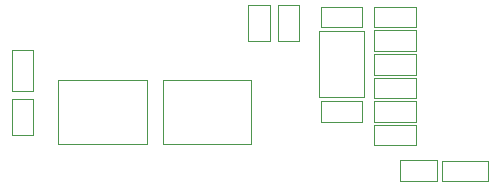
<source format=gbr>
%TF.GenerationSoftware,KiCad,Pcbnew,4.0.7-e2-6376~58~ubuntu16.04.1*%
%TF.CreationDate,2017-12-06T16:05:08+02:00*%
%TF.ProjectId,ecu_emu,6563755F656D752E6B696361645F7063,rev?*%
%TF.FileFunction,Other,User*%
%FSLAX46Y46*%
G04 Gerber Fmt 4.6, Leading zero omitted, Abs format (unit mm)*
G04 Created by KiCad (PCBNEW 4.0.7-e2-6376~58~ubuntu16.04.1) date Wed Dec  6 16:05:08 2017*
%MOMM*%
%LPD*%
G01*
G04 APERTURE LIST*
%ADD10C,0.100000*%
%ADD11C,0.050000*%
G04 APERTURE END LIST*
D10*
D11*
X64750000Y-23880000D02*
X68250000Y-23880000D01*
X64750000Y-23880000D02*
X64750000Y-22130000D01*
X68250000Y-22130000D02*
X68250000Y-23880000D01*
X68250000Y-22130000D02*
X64750000Y-22130000D01*
X64750000Y-31880000D02*
X68250000Y-31880000D01*
X64750000Y-31880000D02*
X64750000Y-30130000D01*
X68250000Y-30130000D02*
X68250000Y-31880000D01*
X68250000Y-30130000D02*
X64750000Y-30130000D01*
X72750000Y-24120000D02*
X69250000Y-24120000D01*
X72750000Y-24120000D02*
X72750000Y-25870000D01*
X69250000Y-25870000D02*
X69250000Y-24120000D01*
X69250000Y-25870000D02*
X72750000Y-25870000D01*
X58600000Y-21950000D02*
X58600000Y-25050000D01*
X58600000Y-21950000D02*
X60400000Y-21950000D01*
X60400000Y-25050000D02*
X58600000Y-25050000D01*
X60400000Y-25050000D02*
X60400000Y-21950000D01*
X40400000Y-33000000D02*
X40400000Y-29900000D01*
X40400000Y-33000000D02*
X38600000Y-33000000D01*
X38600000Y-29900000D02*
X40400000Y-29900000D01*
X38600000Y-29900000D02*
X38600000Y-33000000D01*
X58850000Y-28335000D02*
X58850000Y-33735000D01*
X51390000Y-28335000D02*
X51390000Y-33735000D01*
X58850000Y-28335000D02*
X51390000Y-28335000D01*
X58850000Y-33735000D02*
X51390000Y-33735000D01*
X64600000Y-24200000D02*
X68400000Y-24200000D01*
X68400000Y-24200000D02*
X68400000Y-29800000D01*
X68400000Y-29800000D02*
X64600000Y-29800000D01*
X64600000Y-29800000D02*
X64600000Y-24200000D01*
X61100000Y-21950000D02*
X61100000Y-25050000D01*
X61100000Y-21950000D02*
X62900000Y-21950000D01*
X62900000Y-25050000D02*
X61100000Y-25050000D01*
X62900000Y-25050000D02*
X62900000Y-21950000D01*
X38620000Y-25750000D02*
X38620000Y-29250000D01*
X38620000Y-25750000D02*
X40370000Y-25750000D01*
X40370000Y-29250000D02*
X38620000Y-29250000D01*
X40370000Y-29250000D02*
X40370000Y-25750000D01*
X72750000Y-28120000D02*
X69250000Y-28120000D01*
X72750000Y-28120000D02*
X72750000Y-29870000D01*
X69250000Y-29870000D02*
X69250000Y-28120000D01*
X69250000Y-29870000D02*
X72750000Y-29870000D01*
X72750000Y-32120000D02*
X69250000Y-32120000D01*
X72750000Y-32120000D02*
X72750000Y-33870000D01*
X69250000Y-33870000D02*
X69250000Y-32120000D01*
X69250000Y-33870000D02*
X72750000Y-33870000D01*
X72750000Y-26120000D02*
X69250000Y-26120000D01*
X72750000Y-26120000D02*
X72750000Y-27870000D01*
X69250000Y-27870000D02*
X69250000Y-26120000D01*
X69250000Y-27870000D02*
X72750000Y-27870000D01*
X72750000Y-22120000D02*
X69250000Y-22120000D01*
X72750000Y-22120000D02*
X72750000Y-23870000D01*
X69250000Y-23870000D02*
X69250000Y-22120000D01*
X69250000Y-23870000D02*
X72750000Y-23870000D01*
X72750000Y-30120000D02*
X69250000Y-30120000D01*
X72750000Y-30120000D02*
X72750000Y-31870000D01*
X69250000Y-31870000D02*
X69250000Y-30120000D01*
X69250000Y-31870000D02*
X72750000Y-31870000D01*
X49972000Y-28335000D02*
X49972000Y-33735000D01*
X42512000Y-28335000D02*
X42512000Y-33735000D01*
X49972000Y-28335000D02*
X42512000Y-28335000D01*
X49972000Y-33735000D02*
X42512000Y-33735000D01*
X74950000Y-35150000D02*
X74950000Y-36850000D01*
X74950000Y-36850000D02*
X78850000Y-36850000D01*
X78850000Y-36850000D02*
X78850000Y-35150000D01*
X78850000Y-35150000D02*
X74950000Y-35150000D01*
X74550000Y-35100000D02*
X71450000Y-35100000D01*
X74550000Y-35100000D02*
X74550000Y-36900000D01*
X71450000Y-36900000D02*
X71450000Y-35100000D01*
X71450000Y-36900000D02*
X74550000Y-36900000D01*
M02*

</source>
